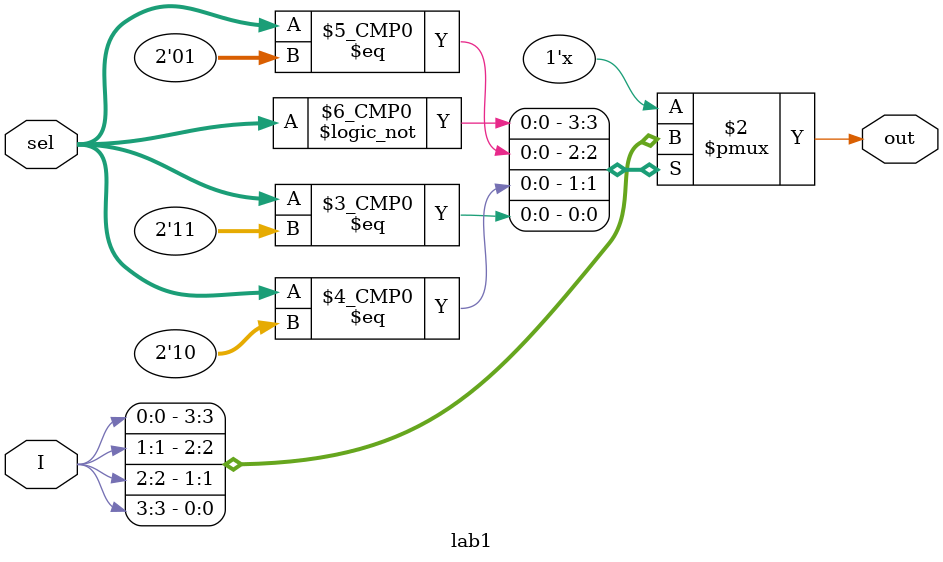
<source format=v>
`timescale 1ns / 1ps


module lab1(I, sel, out);

input [3:0]I;
input [1:0]sel;
output reg out;

always @ (I[0] or I[1] or I[2] or I[3] or sel[0], sel[1])
begin

case (sel)
2'b00 : out <= I[0];
2'b01 : out <= I[1];
2'b10 : out <= I[2];
2'b11 : out <= I[3];
endcase

end
endmodule

</source>
